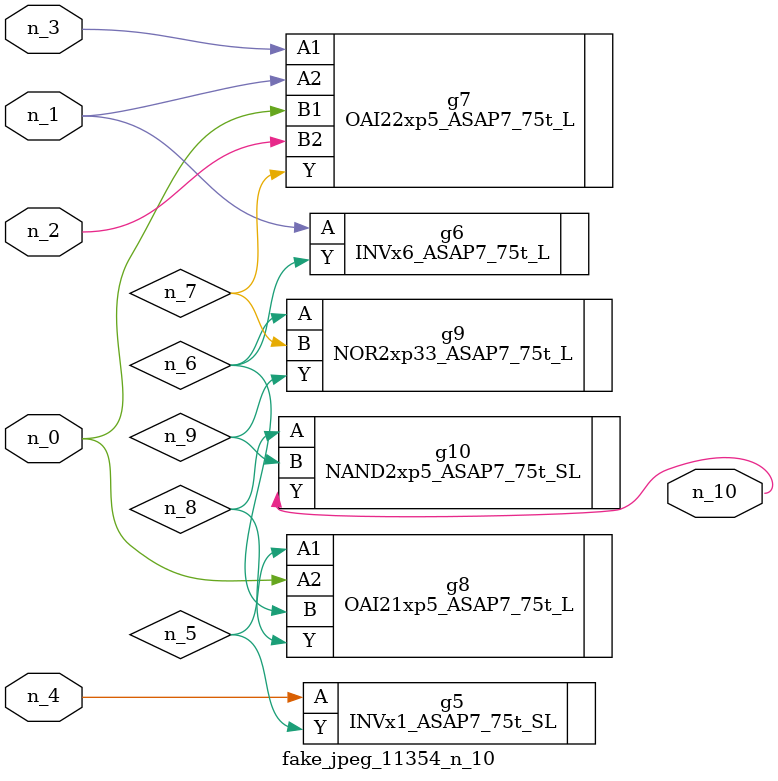
<source format=v>
module fake_jpeg_11354_n_10 (n_3, n_2, n_1, n_0, n_4, n_10);

input n_3;
input n_2;
input n_1;
input n_0;
input n_4;

output n_10;

wire n_8;
wire n_9;
wire n_6;
wire n_5;
wire n_7;

INVx1_ASAP7_75t_SL g5 ( 
.A(n_4),
.Y(n_5)
);

INVx6_ASAP7_75t_L g6 ( 
.A(n_1),
.Y(n_6)
);

OAI22xp5_ASAP7_75t_L g7 ( 
.A1(n_3),
.A2(n_1),
.B1(n_0),
.B2(n_2),
.Y(n_7)
);

OAI21xp5_ASAP7_75t_L g8 ( 
.A1(n_5),
.A2(n_0),
.B(n_6),
.Y(n_8)
);

NAND2xp5_ASAP7_75t_SL g10 ( 
.A(n_8),
.B(n_9),
.Y(n_10)
);

NOR2xp33_ASAP7_75t_L g9 ( 
.A(n_6),
.B(n_7),
.Y(n_9)
);


endmodule
</source>
